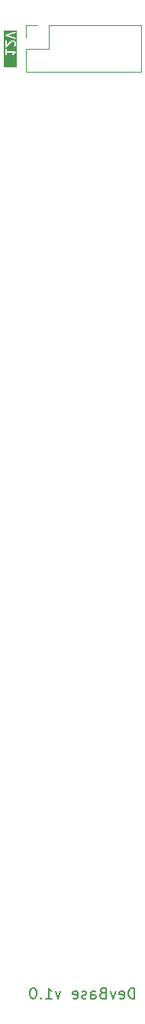
<source format=gbr>
%TF.GenerationSoftware,KiCad,Pcbnew,7.0.7*%
%TF.CreationDate,2023-08-18T12:33:07+01:00*%
%TF.ProjectId,Base_Controls,42617365-5f43-46f6-9e74-726f6c732e6b,rev?*%
%TF.SameCoordinates,Original*%
%TF.FileFunction,Legend,Bot*%
%TF.FilePolarity,Positive*%
%FSLAX46Y46*%
G04 Gerber Fmt 4.6, Leading zero omitted, Abs format (unit mm)*
G04 Created by KiCad (PCBNEW 7.0.7) date 2023-08-18 12:33:07*
%MOMM*%
%LPD*%
G01*
G04 APERTURE LIST*
%ADD10C,0.150000*%
%ADD11C,0.200000*%
%ADD12C,0.120000*%
G04 APERTURE END LIST*
D10*
G36*
X52023037Y-56356128D02*
G01*
X50587323Y-56356128D01*
X50587323Y-56139410D01*
X51111133Y-56139410D01*
X51128680Y-56187619D01*
X51173109Y-56213271D01*
X51223633Y-56204362D01*
X51256610Y-56165062D01*
X51261133Y-56139410D01*
X51261133Y-55377506D01*
X51243586Y-55329297D01*
X51199157Y-55303645D01*
X51148633Y-55312554D01*
X51115656Y-55351854D01*
X51111133Y-55377506D01*
X51111133Y-56139410D01*
X50587323Y-56139410D01*
X50587323Y-54948934D01*
X50730180Y-54948934D01*
X50747727Y-54997143D01*
X50792156Y-55022795D01*
X50842680Y-55013886D01*
X50875657Y-54974586D01*
X50880180Y-54948934D01*
X50880180Y-54738220D01*
X51576495Y-54738220D01*
X51514052Y-54800663D01*
X51513361Y-54802144D01*
X51500003Y-54820155D01*
X51452384Y-54915393D01*
X51446519Y-54966360D01*
X51474785Y-55009173D01*
X51523960Y-55023799D01*
X51571031Y-55003396D01*
X51586548Y-54982475D01*
X51628723Y-54898123D01*
X51710103Y-54816743D01*
X51846783Y-54725624D01*
X51849337Y-54722147D01*
X51853389Y-54720673D01*
X51864272Y-54701823D01*
X51877162Y-54684282D01*
X51876884Y-54679978D01*
X51879041Y-54676244D01*
X51875261Y-54654811D01*
X51873861Y-54633086D01*
X51870880Y-54629966D01*
X51870132Y-54625720D01*
X51853459Y-54611729D01*
X51838422Y-54595989D01*
X51834135Y-54595514D01*
X51830832Y-54592743D01*
X51805180Y-54588220D01*
X50880180Y-54588220D01*
X50880180Y-54377506D01*
X50862633Y-54329297D01*
X50818204Y-54303645D01*
X50767680Y-54312554D01*
X50734703Y-54351854D01*
X50730180Y-54377506D01*
X50730180Y-54948934D01*
X50587323Y-54948934D01*
X50587323Y-54044172D01*
X50730180Y-54044172D01*
X50737900Y-54065383D01*
X50743743Y-54087190D01*
X50746553Y-54089158D01*
X50747727Y-54092381D01*
X50767277Y-54103668D01*
X50785768Y-54116616D01*
X50789184Y-54116317D01*
X50792156Y-54118033D01*
X50814393Y-54114111D01*
X50836876Y-54112145D01*
X50840689Y-54109475D01*
X50842680Y-54109124D01*
X50844801Y-54106595D01*
X50858213Y-54097205D01*
X51417122Y-53538296D01*
X51531636Y-53500125D01*
X51596999Y-53500125D01*
X51665515Y-53534383D01*
X51695922Y-53564790D01*
X51730179Y-53633305D01*
X51730179Y-53835991D01*
X51695921Y-53904507D01*
X51656909Y-53943520D01*
X51635228Y-53990017D01*
X51648505Y-54039571D01*
X51690531Y-54068998D01*
X51741638Y-54064526D01*
X51762975Y-54049586D01*
X51810594Y-54001967D01*
X51811285Y-54000485D01*
X51824643Y-53982475D01*
X51872262Y-53887237D01*
X51872774Y-53882783D01*
X51875657Y-53879348D01*
X51880180Y-53853696D01*
X51880180Y-53615601D01*
X51878646Y-53611387D01*
X51879688Y-53607026D01*
X51872262Y-53582060D01*
X51824643Y-53486822D01*
X51823453Y-53485696D01*
X51810594Y-53467330D01*
X51762975Y-53419711D01*
X51761493Y-53419020D01*
X51743483Y-53405662D01*
X51648245Y-53358043D01*
X51643791Y-53357530D01*
X51640356Y-53354648D01*
X51614704Y-53350125D01*
X51519466Y-53350125D01*
X51517928Y-53350684D01*
X51495748Y-53353974D01*
X51352892Y-53401593D01*
X51349381Y-53404379D01*
X51344913Y-53404770D01*
X51323576Y-53419711D01*
X50880180Y-53863106D01*
X50880180Y-53425125D01*
X50862633Y-53376916D01*
X50818204Y-53351264D01*
X50767680Y-53360173D01*
X50734703Y-53399473D01*
X50730180Y-53425125D01*
X50730180Y-54044172D01*
X50587323Y-54044172D01*
X50587323Y-52817078D01*
X50730991Y-52817078D01*
X50732019Y-52818977D01*
X50731703Y-52821113D01*
X50744121Y-52841326D01*
X50755420Y-52862192D01*
X50757427Y-52862985D01*
X50758558Y-52864825D01*
X50781463Y-52877228D01*
X51781463Y-53210561D01*
X51832746Y-53209160D01*
X51871132Y-53175122D01*
X51878657Y-53124374D01*
X51851802Y-53080661D01*
X51828897Y-53068259D01*
X51042350Y-52806077D01*
X51828897Y-52543895D01*
X51869083Y-52512004D01*
X51879369Y-52461743D01*
X51854940Y-52416629D01*
X51807228Y-52397772D01*
X51781463Y-52401593D01*
X50781463Y-52734926D01*
X50779771Y-52736268D01*
X50777613Y-52736327D01*
X50759851Y-52752076D01*
X50741277Y-52766817D01*
X50740844Y-52768930D01*
X50739228Y-52770364D01*
X50735747Y-52793834D01*
X50730991Y-52817078D01*
X50587323Y-52817078D01*
X50587323Y-52254915D01*
X52023037Y-52254915D01*
X52023037Y-56356128D01*
G37*
D11*
X65071428Y-159544742D02*
X65071428Y-158344742D01*
X65071428Y-158344742D02*
X64785714Y-158344742D01*
X64785714Y-158344742D02*
X64614285Y-158401885D01*
X64614285Y-158401885D02*
X64500000Y-158516171D01*
X64500000Y-158516171D02*
X64442857Y-158630457D01*
X64442857Y-158630457D02*
X64385714Y-158859028D01*
X64385714Y-158859028D02*
X64385714Y-159030457D01*
X64385714Y-159030457D02*
X64442857Y-159259028D01*
X64442857Y-159259028D02*
X64500000Y-159373314D01*
X64500000Y-159373314D02*
X64614285Y-159487600D01*
X64614285Y-159487600D02*
X64785714Y-159544742D01*
X64785714Y-159544742D02*
X65071428Y-159544742D01*
X63414285Y-159487600D02*
X63528571Y-159544742D01*
X63528571Y-159544742D02*
X63757143Y-159544742D01*
X63757143Y-159544742D02*
X63871428Y-159487600D01*
X63871428Y-159487600D02*
X63928571Y-159373314D01*
X63928571Y-159373314D02*
X63928571Y-158916171D01*
X63928571Y-158916171D02*
X63871428Y-158801885D01*
X63871428Y-158801885D02*
X63757143Y-158744742D01*
X63757143Y-158744742D02*
X63528571Y-158744742D01*
X63528571Y-158744742D02*
X63414285Y-158801885D01*
X63414285Y-158801885D02*
X63357143Y-158916171D01*
X63357143Y-158916171D02*
X63357143Y-159030457D01*
X63357143Y-159030457D02*
X63928571Y-159144742D01*
X62957143Y-158744742D02*
X62671429Y-159544742D01*
X62671429Y-159544742D02*
X62385714Y-158744742D01*
X61528571Y-158916171D02*
X61357143Y-158973314D01*
X61357143Y-158973314D02*
X61300000Y-159030457D01*
X61300000Y-159030457D02*
X61242857Y-159144742D01*
X61242857Y-159144742D02*
X61242857Y-159316171D01*
X61242857Y-159316171D02*
X61300000Y-159430457D01*
X61300000Y-159430457D02*
X61357143Y-159487600D01*
X61357143Y-159487600D02*
X61471428Y-159544742D01*
X61471428Y-159544742D02*
X61928571Y-159544742D01*
X61928571Y-159544742D02*
X61928571Y-158344742D01*
X61928571Y-158344742D02*
X61528571Y-158344742D01*
X61528571Y-158344742D02*
X61414286Y-158401885D01*
X61414286Y-158401885D02*
X61357143Y-158459028D01*
X61357143Y-158459028D02*
X61300000Y-158573314D01*
X61300000Y-158573314D02*
X61300000Y-158687600D01*
X61300000Y-158687600D02*
X61357143Y-158801885D01*
X61357143Y-158801885D02*
X61414286Y-158859028D01*
X61414286Y-158859028D02*
X61528571Y-158916171D01*
X61528571Y-158916171D02*
X61928571Y-158916171D01*
X60214286Y-159544742D02*
X60214286Y-158916171D01*
X60214286Y-158916171D02*
X60271428Y-158801885D01*
X60271428Y-158801885D02*
X60385714Y-158744742D01*
X60385714Y-158744742D02*
X60614286Y-158744742D01*
X60614286Y-158744742D02*
X60728571Y-158801885D01*
X60214286Y-159487600D02*
X60328571Y-159544742D01*
X60328571Y-159544742D02*
X60614286Y-159544742D01*
X60614286Y-159544742D02*
X60728571Y-159487600D01*
X60728571Y-159487600D02*
X60785714Y-159373314D01*
X60785714Y-159373314D02*
X60785714Y-159259028D01*
X60785714Y-159259028D02*
X60728571Y-159144742D01*
X60728571Y-159144742D02*
X60614286Y-159087600D01*
X60614286Y-159087600D02*
X60328571Y-159087600D01*
X60328571Y-159087600D02*
X60214286Y-159030457D01*
X59700000Y-159487600D02*
X59585714Y-159544742D01*
X59585714Y-159544742D02*
X59357143Y-159544742D01*
X59357143Y-159544742D02*
X59242857Y-159487600D01*
X59242857Y-159487600D02*
X59185714Y-159373314D01*
X59185714Y-159373314D02*
X59185714Y-159316171D01*
X59185714Y-159316171D02*
X59242857Y-159201885D01*
X59242857Y-159201885D02*
X59357143Y-159144742D01*
X59357143Y-159144742D02*
X59528572Y-159144742D01*
X59528572Y-159144742D02*
X59642857Y-159087600D01*
X59642857Y-159087600D02*
X59700000Y-158973314D01*
X59700000Y-158973314D02*
X59700000Y-158916171D01*
X59700000Y-158916171D02*
X59642857Y-158801885D01*
X59642857Y-158801885D02*
X59528572Y-158744742D01*
X59528572Y-158744742D02*
X59357143Y-158744742D01*
X59357143Y-158744742D02*
X59242857Y-158801885D01*
X58214285Y-159487600D02*
X58328571Y-159544742D01*
X58328571Y-159544742D02*
X58557143Y-159544742D01*
X58557143Y-159544742D02*
X58671428Y-159487600D01*
X58671428Y-159487600D02*
X58728571Y-159373314D01*
X58728571Y-159373314D02*
X58728571Y-158916171D01*
X58728571Y-158916171D02*
X58671428Y-158801885D01*
X58671428Y-158801885D02*
X58557143Y-158744742D01*
X58557143Y-158744742D02*
X58328571Y-158744742D01*
X58328571Y-158744742D02*
X58214285Y-158801885D01*
X58214285Y-158801885D02*
X58157143Y-158916171D01*
X58157143Y-158916171D02*
X58157143Y-159030457D01*
X58157143Y-159030457D02*
X58728571Y-159144742D01*
X56842857Y-158744742D02*
X56557143Y-159544742D01*
X56557143Y-159544742D02*
X56271428Y-158744742D01*
X55185714Y-159544742D02*
X55871428Y-159544742D01*
X55528571Y-159544742D02*
X55528571Y-158344742D01*
X55528571Y-158344742D02*
X55642857Y-158516171D01*
X55642857Y-158516171D02*
X55757142Y-158630457D01*
X55757142Y-158630457D02*
X55871428Y-158687600D01*
X54671428Y-159430457D02*
X54614285Y-159487600D01*
X54614285Y-159487600D02*
X54671428Y-159544742D01*
X54671428Y-159544742D02*
X54728571Y-159487600D01*
X54728571Y-159487600D02*
X54671428Y-159430457D01*
X54671428Y-159430457D02*
X54671428Y-159544742D01*
X53871428Y-158344742D02*
X53757142Y-158344742D01*
X53757142Y-158344742D02*
X53642856Y-158401885D01*
X53642856Y-158401885D02*
X53585714Y-158459028D01*
X53585714Y-158459028D02*
X53528571Y-158573314D01*
X53528571Y-158573314D02*
X53471428Y-158801885D01*
X53471428Y-158801885D02*
X53471428Y-159087600D01*
X53471428Y-159087600D02*
X53528571Y-159316171D01*
X53528571Y-159316171D02*
X53585714Y-159430457D01*
X53585714Y-159430457D02*
X53642856Y-159487600D01*
X53642856Y-159487600D02*
X53757142Y-159544742D01*
X53757142Y-159544742D02*
X53871428Y-159544742D01*
X53871428Y-159544742D02*
X53985714Y-159487600D01*
X53985714Y-159487600D02*
X54042856Y-159430457D01*
X54042856Y-159430457D02*
X54099999Y-159316171D01*
X54099999Y-159316171D02*
X54157142Y-159087600D01*
X54157142Y-159087600D02*
X54157142Y-158801885D01*
X54157142Y-158801885D02*
X54099999Y-158573314D01*
X54099999Y-158573314D02*
X54042856Y-158459028D01*
X54042856Y-158459028D02*
X53985714Y-158401885D01*
X53985714Y-158401885D02*
X53871428Y-158344742D01*
D12*
%TO.C,J7*%
X65790000Y-51670000D02*
X65790000Y-56870000D01*
X55570000Y-51670000D02*
X65790000Y-51670000D01*
X55570000Y-51670000D02*
X55570000Y-54270000D01*
X54300000Y-51670000D02*
X52970000Y-51670000D01*
X52970000Y-51670000D02*
X52970000Y-53000000D01*
X55570000Y-54270000D02*
X52970000Y-54270000D01*
X52970000Y-54270000D02*
X52970000Y-56870000D01*
X52970000Y-56870000D02*
X65790000Y-56870000D01*
%TD*%
M02*

</source>
